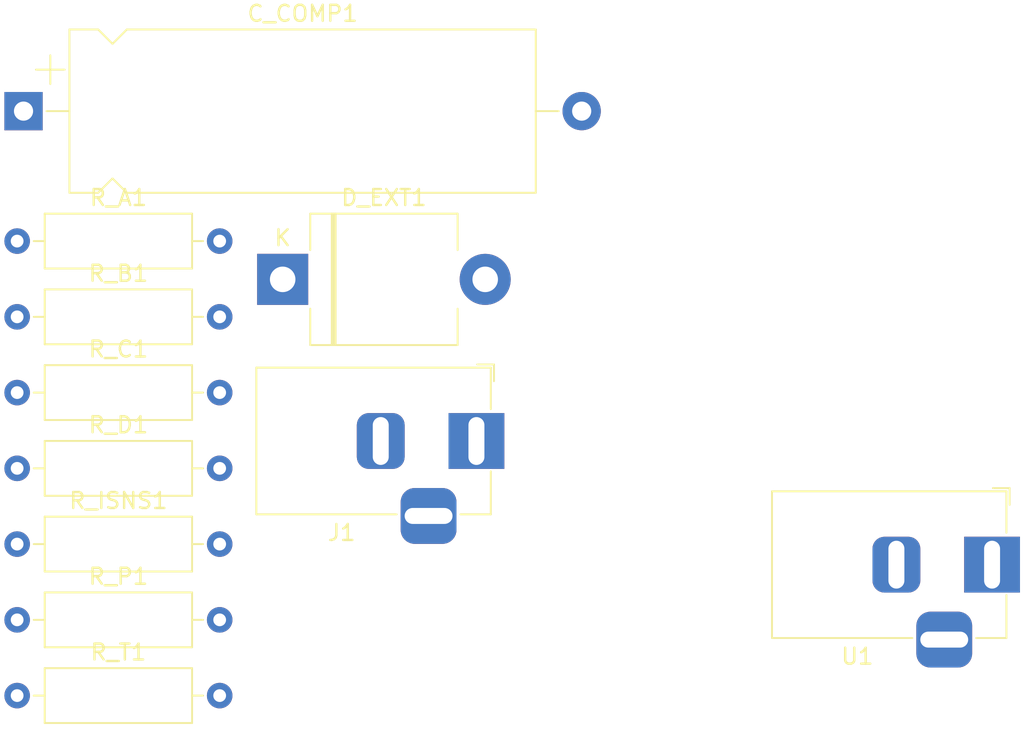
<source format=kicad_pcb>
(kicad_pcb (version 20240108) (generator "pcbnew") (generator_version "8.0")
  (layers (0 "F.Cu" signal) (31 "B.Cu" signal) (34 "B.Paste" user) (35 "F.Paste" user) (36 "B.SilkS" user "B.Silkscreen") (37 "F.SilkS" user "F.Silkscreen") (38 "B.Mask" user) (39 "F.Mask" user) (44 "Edge.Cuts" user))
  (net 0 "")
  (net 1 "EXT_SUPPLY")
  (net 2 "STAT1")
  (net 3 "GND")
  (net 4 "VFB")
  (net 5 "IFB")
  (net 6 "Net-(U1-DRVE)")
  (net 7 "CE")
  (net 8 "SHORT")
  (net 9 "PRE_CHG")
  (net 10 "Net-(U1-COMP)")
  (net 11 "PGOOD")
  (net 12 "Net-(D_EXT1-A)")
  (net 13 "SLA_BATTERY")
  (footprint "Resistor_THT:R_Axial_DIN0309_L9.0mm_D3.2mm_P12.70mm_Horizontal" (layer "F.Cu") (at 71.15 54.915)
    (property "Reference" "R_B1" (at 6.35 -2.72 0) (layer "F.SilkS"))
    (property "Value" "R")
    (fp_line (start 1.04 0) (end 1.73 0) (stroke (width 0.12)) (layer "F.SilkS"))
    (fp_line (start 1.73 -1.72) (end 1.73 1.72) (stroke (width 0.12)) (layer "F.SilkS"))
    (fp_line (start 1.73 1.72) (end 10.97 1.72) (stroke (width 0.12)) (layer "F.SilkS"))
    (fp_line (start 10.97 -1.72) (end 1.73 -1.72) (stroke (width 0.12)) (layer "F.SilkS"))
    (fp_line (start 10.97 1.72) (end 10.97 -1.72) (stroke (width 0.12)) (layer "F.SilkS"))
    (fp_line (start 11.66 0) (end 10.97 0) (stroke (width 0.12)) (layer "F.SilkS"))
    (pad "1" thru_hole circle (at 0 0) (size 1.6 1.6) (drill 0.8) (layers "*.Cu" "*.Mask") (net 7 "CE"))
    (pad "2" thru_hole oval (at 12.7 0) (size 1.6 1.6) (drill 0.8) (layers "*.Cu" "*.Mask") (net 4 "VFB"))
  )
  (footprint "Connector_BarrelJack:BarrelJack_Horizontal" (layer "F.Cu") (at 132.285 70.455)
    (property "Reference" "U1" (at -8.45 5.75 0) (layer "F.SilkS"))
    (property "Value" "BQ24450DW")
    (fp_line (start -13.8 -4.6) (end 0.9 -4.6) (stroke (width 0.12)) (layer "F.SilkS"))
    (fp_line (start -13.8 4.6) (end -13.8 -4.6) (stroke (width 0.12)) (layer "F.SilkS"))
    (fp_line (start -5 4.6) (end -13.8 4.6) (stroke (width 0.12)) (layer "F.SilkS"))
    (fp_line (start 0.05 -4.8) (end 1.1 -4.8) (stroke (width 0.12)) (layer "F.SilkS"))
    (fp_line (start 0.9 -4.6) (end 0.9 -2) (stroke (width 0.12)) (layer "F.SilkS"))
    (fp_line (start 0.9 1.9) (end 0.9 4.6) (stroke (width 0.12)) (layer "F.SilkS"))
    (fp_line (start 0.9 4.6) (end -1 4.6) (stroke (width 0.12)) (layer "F.SilkS"))
    (fp_line (start 1.1 -3.75) (end 1.1 -4.8) (stroke (width 0.12)) (layer "F.SilkS"))
    (pad "1" thru_hole rect (at 0 0) (size 3.5 3.5) (drill oval 1 3) (layers "*.Cu" "*.Mask") (net 8 "SHORT"))
    (pad "2" thru_hole roundrect (at -6 0) (size 3 3.5) (drill oval 1 3) (layers "*.Cu" "*.Mask") (net 5 "IFB"))
    (pad "3" thru_hole roundrect (at -3 4.7) (size 3.5 3.5) (drill oval 3 1) (layers "*.Cu" "*.Mask") (net 1 "EXT_SUPPLY"))
  )
  (footprint "Resistor_THT:R_Axial_DIN0309_L9.0mm_D3.2mm_P12.70mm_Horizontal" (layer "F.Cu") (at 71.15 64.415)
    (property "Reference" "R_D1" (at 6.35 -2.72 0) (layer "F.SilkS"))
    (property "Value" "R")
    (fp_line (start 1.04 0) (end 1.73 0) (stroke (width 0.12)) (layer "F.SilkS"))
    (fp_line (start 1.73 -1.72) (end 1.73 1.72) (stroke (width 0.12)) (layer "F.SilkS"))
    (fp_line (start 1.73 1.72) (end 10.97 1.72) (stroke (width 0.12)) (layer "F.SilkS"))
    (fp_line (start 10.97 -1.72) (end 1.73 -1.72) (stroke (width 0.12)) (layer "F.SilkS"))
    (fp_line (start 10.97 1.72) (end 10.97 -1.72) (stroke (width 0.12)) (layer "F.SilkS"))
    (fp_line (start 11.66 0) (end 10.97 0) (stroke (width 0.12)) (layer "F.SilkS"))
    (pad "1" thru_hole circle (at 0 0) (size 1.6 1.6) (drill 0.8) (layers "*.Cu" "*.Mask") (net 2 "STAT1"))
    (pad "2" thru_hole oval (at 12.7 0) (size 1.6 1.6) (drill 0.8) (layers "*.Cu" "*.Mask") (net 4 "VFB"))
  )
  (footprint "Resistor_THT:R_Axial_DIN0309_L9.0mm_D3.2mm_P12.70mm_Horizontal" (layer "F.Cu") (at 71.15 59.665)
    (property "Reference" "R_C1" (at 6.35 -2.72 0) (layer "F.SilkS"))
    (property "Value" "R")
    (fp_line (start 1.04 0) (end 1.73 0) (stroke (width 0.12)) (layer "F.SilkS"))
    (fp_line (start 1.73 -1.72) (end 1.73 1.72) (stroke (width 0.12)) (layer "F.SilkS"))
    (fp_line (start 1.73 1.72) (end 10.97 1.72) (stroke (width 0.12)) (layer "F.SilkS"))
    (fp_line (start 10.97 -1.72) (end 1.73 -1.72) (stroke (width 0.12)) (layer "F.SilkS"))
    (fp_line (start 10.97 1.72) (end 10.97 -1.72) (stroke (width 0.12)) (layer "F.SilkS"))
    (fp_line (start 11.66 0) (end 10.97 0) (stroke (width 0.12)) (layer "F.SilkS"))
    (pad "1" thru_hole circle (at 0 0) (size 1.6 1.6) (drill 0.8) (layers "*.Cu" "*.Mask") (net 4 "VFB"))
    (pad "2" thru_hole oval (at 12.7 0) (size 1.6 1.6) (drill 0.8) (layers "*.Cu" "*.Mask") (net 11 "PGOOD"))
  )
  (footprint "Resistor_THT:R_Axial_DIN0309_L9.0mm_D3.2mm_P12.70mm_Horizontal" (layer "F.Cu") (at 71.15 73.915)
    (property "Reference" "R_P1" (at 6.35 -2.72 0) (layer "F.SilkS"))
    (property "Value" "R")
    (fp_line (start 1.04 0) (end 1.73 0) (stroke (width 0.12)) (layer "F.SilkS"))
    (fp_line (start 1.73 -1.72) (end 1.73 1.72) (stroke (width 0.12)) (layer "F.SilkS"))
    (fp_line (start 1.73 1.72) (end 10.97 1.72) (stroke (width 0.12)) (layer "F.SilkS"))
    (fp_line (start 10.97 -1.72) (end 1.73 -1.72) (stroke (width 0.12)) (layer "F.SilkS"))
    (fp_line (start 10.97 1.72) (end 10.97 -1.72) (stroke (width 0.12)) (layer "F.SilkS"))
    (fp_line (start 11.66 0) (end 10.97 0) (stroke (width 0.12)) (layer "F.SilkS"))
    (pad "1" thru_hole circle (at 0 0) (size 1.6 1.6) (drill 0.8) (layers "*.Cu" "*.Mask") (net 6 "Net-(U1-DRVE)"))
    (pad "2" thru_hole oval (at 12.7 0) (size 1.6 1.6) (drill 0.8) (layers "*.Cu" "*.Mask") (net 3 "GND"))
  )
  (footprint "Connector_BarrelJack:BarrelJack_Horizontal" (layer "F.Cu") (at 99.95 62.7)
    (property "Reference" "J1" (at -8.45 5.75 0) (layer "F.SilkS"))
    (property "Value" "Jack-DC")
    (fp_line (start -13.8 -4.6) (end 0.9 -4.6) (stroke (width 0.12)) (layer "F.SilkS"))
    (fp_line (start -13.8 4.6) (end -13.8 -4.6) (stroke (width 0.12)) (layer "F.SilkS"))
    (fp_line (start -5 4.6) (end -13.8 4.6) (stroke (width 0.12)) (layer "F.SilkS"))
    (fp_line (start 0.05 -4.8) (end 1.1 -4.8) (stroke (width 0.12)) (layer "F.SilkS"))
    (fp_line (start 0.9 -4.6) (end 0.9 -2) (stroke (width 0.12)) (layer "F.SilkS"))
    (fp_line (start 0.9 1.9) (end 0.9 4.6) (stroke (width 0.12)) (layer "F.SilkS"))
    (fp_line (start 0.9 4.6) (end -1 4.6) (stroke (width 0.12)) (layer "F.SilkS"))
    (fp_line (start 1.1 -3.75) (end 1.1 -4.8) (stroke (width 0.12)) (layer "F.SilkS"))
    (pad "1" thru_hole rect (at 0 0) (size 3.5 3.5) (drill oval 1 3) (layers "*.Cu" "*.Mask") (net 1 "EXT_SUPPLY"))
    (pad "2" thru_hole roundrect (at -6 0) (size 3 3.5) (drill oval 1 3) (layers "*.Cu" "*.Mask") (net 3 "GND"))
    (pad "3" thru_hole roundrect (at -3 4.7) (size 3.5 3.5) (drill oval 3 1) (layers "*.Cu" "*.Mask"))
  )
  (footprint "Diode_THT:D_5KPW_P12.70mm_Horizontal" (layer "F.Cu") (at 87.8 52.565)
    (property "Reference" "D_EXT1" (at 6.35 -5.12 0) (layer "F.SilkS"))
    (property "Value" "D")
    (fp_line (start 1.73 -4.12) (end 10.97 -4.12) (stroke (width 0.12)) (layer "F.SilkS"))
    (fp_line (start 1.73 -1.84) (end 1.73 -4.12) (stroke (width 0.12)) (layer "F.SilkS"))
    (fp_line (start 1.73 1.84) (end 1.73 4.12) (stroke (width 0.12)) (layer "F.SilkS"))
    (fp_line (start 1.73 4.12) (end 10.97 4.12) (stroke (width 0.12)) (layer "F.SilkS"))
    (fp_line (start 3.08 -4.12) (end 3.08 4.12) (stroke (width 0.12)) (layer "F.SilkS"))
    (fp_line (start 3.2 -4.12) (end 3.2 4.12) (stroke (width 0.12)) (layer "F.SilkS"))
    (fp_line (start 3.32 -4.12) (end 3.32 4.12) (stroke (width 0.12)) (layer "F.SilkS"))
    (fp_line (start 10.97 -4.12) (end 10.97 -1.84) (stroke (width 0.12)) (layer "F.SilkS"))
    (fp_line (start 10.97 4.12) (end 10.97 1.84) (stroke (width 0.12)) (layer "F.SilkS"))
    (fp_text user "K" (at 0 -2.6 0) (layer "F.SilkS"))
    (pad "1" thru_hole rect (at 0 0) (size 3.2 3.2) (drill 1.6) (layers "*.Cu" "*.Mask") (net 13 "SLA_BATTERY"))
    (pad "2" thru_hole oval (at 12.7 0) (size 3.2 3.2) (drill 1.6) (layers "*.Cu" "*.Mask") (net 12 "Net-(D_EXT1-A)"))
  )
  (footprint "Resistor_THT:R_Axial_DIN0309_L9.0mm_D3.2mm_P12.70mm_Horizontal" (layer "F.Cu") (at 71.15 69.165)
    (property "Reference" "R_ISNS1" (at 6.35 -2.72 0) (layer "F.SilkS"))
    (property "Value" "R")
    (fp_line (start 1.04 0) (end 1.73 0) (stroke (width 0.12)) (layer "F.SilkS"))
    (fp_line (start 1.73 -1.72) (end 1.73 1.72) (stroke (width 0.12)) (layer "F.SilkS"))
    (fp_line (start 1.73 1.72) (end 10.97 1.72) (stroke (width 0.12)) (layer "F.SilkS"))
    (fp_line (start 10.97 -1.72) (end 1.73 -1.72) (stroke (width 0.12)) (layer "F.SilkS"))
    (fp_line (start 10.97 1.72) (end 10.97 -1.72) (stroke (width 0.12)) (layer "F.SilkS"))
    (fp_line (start 11.66 0) (end 10.97 0) (stroke (width 0.12)) (layer "F.SilkS"))
    (pad "1" thru_hole circle (at 0 0) (size 1.6 1.6) (drill 0.8) (layers "*.Cu" "*.Mask") (net 5 "IFB"))
    (pad "2" thru_hole oval (at 12.7 0) (size 1.6 1.6) (drill 0.8) (layers "*.Cu" "*.Mask") (net 1 "EXT_SUPPLY"))
  )
  (footprint "Resistor_THT:R_Axial_DIN0309_L9.0mm_D3.2mm_P12.70mm_Horizontal" (layer "F.Cu") (at 71.15 50.165)
    (property "Reference" "R_A1" (at 6.35 -2.72 0) (layer "F.SilkS"))
    (property "Value" "R")
    (fp_line (start 1.04 0) (end 1.73 0) (stroke (width 0.12)) (layer "F.SilkS"))
    (fp_line (start 1.73 -1.72) (end 1.73 1.72) (stroke (width 0.12)) (layer "F.SilkS"))
    (fp_line (start 1.73 1.72) (end 10.97 1.72) (stroke (width 0.12)) (layer "F.SilkS"))
    (fp_line (start 10.97 -1.72) (end 1.73 -1.72) (stroke (width 0.12)) (layer "F.SilkS"))
    (fp_line (start 10.97 1.72) (end 10.97 -1.72) (stroke (width 0.12)) (layer "F.SilkS"))
    (fp_line (start 11.66 0) (end 10.97 0) (stroke (width 0.12)) (layer "F.SilkS"))
    (pad "1" thru_hole circle (at 0 0) (size 1.6 1.6) (drill 0.8) (layers "*.Cu" "*.Mask") (net 13 "SLA_BATTERY"))
    (pad "2" thru_hole oval (at 12.7 0) (size 1.6 1.6) (drill 0.8) (layers "*.Cu" "*.Mask") (net 7 "CE"))
  )
  (footprint "Capacitor_THT:CP_Axial_L29.0mm_D10.0mm_P35.00mm_Horizontal" (layer "F.Cu") (at 71.55 42.015)
    (property "Reference" "C_COMP1" (at 17.5 -6.12 0) (layer "F.SilkS"))
    (property "Value" "C")
    (fp_line (start 0.78 -2.6) (end 2.58 -2.6) (stroke (width 0.12)) (layer "F.SilkS"))
    (fp_line (start 1.44 0) (end 2.88 0) (stroke (width 0.12)) (layer "F.SilkS"))
    (fp_line (start 1.68 -3.5) (end 1.68 -1.7) (stroke (width 0.12)) (layer "F.SilkS"))
    (fp_line (start 2.88 -5.12) (end 2.88 5.12) (stroke (width 0.12)) (layer "F.SilkS"))
    (fp_line (start 2.88 -5.12) (end 4.68 -5.12) (stroke (width 0.12)) (layer "F.SilkS"))
    (fp_line (start 2.88 5.12) (end 4.68 5.12) (stroke (width 0.12)) (layer "F.SilkS"))
    (fp_line (start 4.68 -5.12) (end 5.58 -4.22) (stroke (width 0.12)) (layer "F.SilkS"))
    (fp_line (start 4.68 5.12) (end 5.58 4.22) (stroke (width 0.12)) (layer "F.SilkS"))
    (fp_line (start 5.58 -4.22) (end 6.48 -5.12) (stroke (width 0.12)) (layer "F.SilkS"))
    (fp_line (start 5.58 4.22) (end 6.48 5.12) (stroke (width 0.12)) (layer "F.SilkS"))
    (fp_line (start 6.48 -5.12) (end 32.12 -5.12) (stroke (width 0.12)) (layer "F.SilkS"))
    (fp_line (start 6.48 5.12) (end 32.12 5.12) (stroke (width 0.12)) (layer "F.SilkS"))
    (fp_line (start 32.12 -5.12) (end 32.12 5.12) (stroke (width 0.12)) (layer "F.SilkS"))
    (fp_line (start 33.56 0) (end 32.12 0) (stroke (width 0.12)) (layer "F.SilkS"))
    (pad "1" thru_hole rect (at 0 0) (size 2.4 2.4) (drill 1.2) (layers "*.Cu" "*.Mask") (net 3 "GND"))
    (pad "2" thru_hole oval (at 35 0) (size 2.4 2.4) (drill 1.2) (layers "*.Cu" "*.Mask") (net 10 "Net-(U1-COMP)"))
  )
  (footprint "Resistor_THT:R_Axial_DIN0309_L9.0mm_D3.2mm_P12.70mm_Horizontal" (layer "F.Cu") (at 71.15 78.665)
    (property "Reference" "R_T1" (at 6.35 -2.72 0) (layer "F.SilkS"))
    (property "Value" "R")
    (fp_line (start 1.04 0) (end 1.73 0) (stroke (width 0.12)) (layer "F.SilkS"))
    (fp_line (start 1.73 -1.72) (end 1.73 1.72) (stroke (width 0.12)) (layer "F.SilkS"))
    (fp_line (start 1.73 1.72) (end 10.97 1.72) (stroke (width 0.12)) (layer "F.SilkS"))
    (fp_line (start 10.97 -1.72) (end 1.73 -1.72) (stroke (width 0.12)) (layer "F.SilkS"))
    (fp_line (start 10.97 1.72) (end 10.97 -1.72) (stroke (width 0.12)) (layer "F.SilkS"))
    (fp_line (start 11.66 0) (end 10.97 0) (stroke (width 0.12)) (layer "F.SilkS"))
    (pad "1" thru_hole circle (at 0 0) (size 1.6 1.6) (drill 0.8) (layers "*.Cu" "*.Mask") (net 12 "Net-(D_EXT1-A)"))
    (pad "2" thru_hole oval (at 12.7 0) (size 1.6 1.6) (drill 0.8) (layers "*.Cu" "*.Mask") (net 9 "PRE_CHG"))
  )
)
</source>
